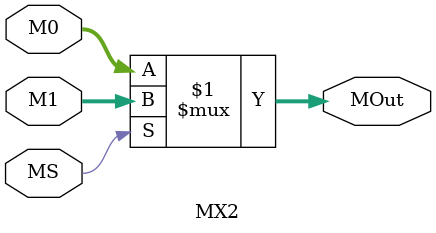
<source format=v>
`timescale 1ns / 1ps
/*
    MUX Module:
        - 2 input / Select / 1 Output
        - Paramterized
        - Purely Combinational
*/
module MX2 #(parameter BL = 32)
           (input MS,
            input [BL-1:0] M0, M1,
            output [BL-1:0] MOut);

// Combinational Logic:
assign MOut = MS ? M1 : M0;

endmodule

</source>
